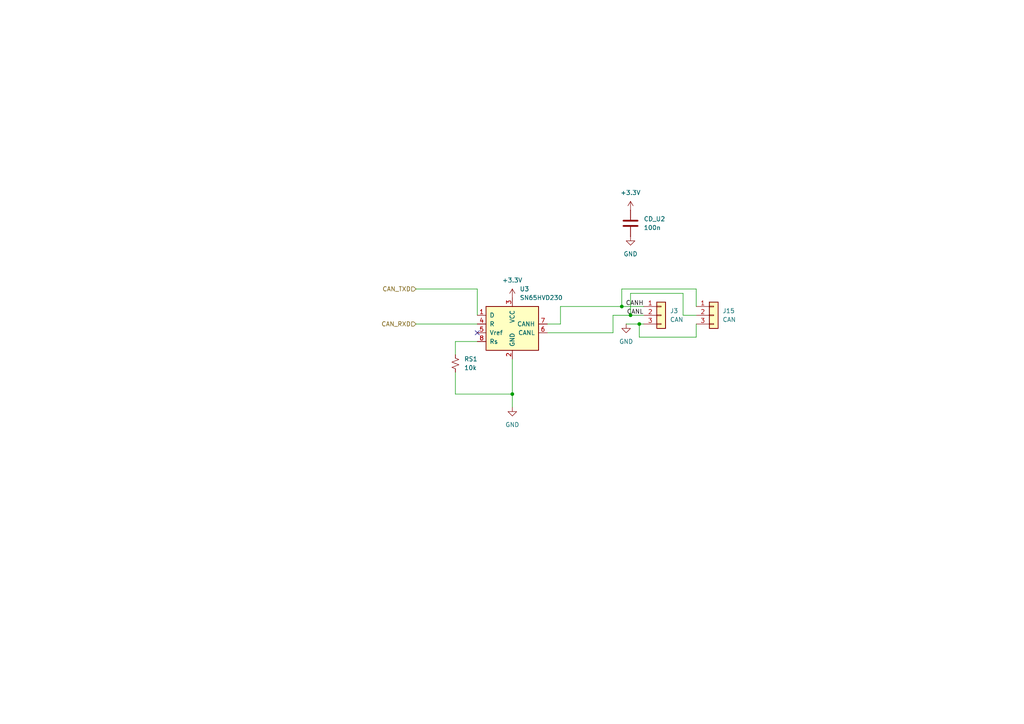
<source format=kicad_sch>
(kicad_sch
	(version 20250114)
	(generator "eeschema")
	(generator_version "9.0")
	(uuid "5165bf77-f750-4f15-8070-c24f3ff1986b")
	(paper "A4")
	(lib_symbols
		(symbol "Connector_Generic:Conn_01x03"
			(pin_names
				(offset 1.016)
				(hide yes)
			)
			(exclude_from_sim no)
			(in_bom yes)
			(on_board yes)
			(property "Reference" "J"
				(at 0 5.08 0)
				(effects
					(font
						(size 1.27 1.27)
					)
				)
			)
			(property "Value" "Conn_01x03"
				(at 0 -5.08 0)
				(effects
					(font
						(size 1.27 1.27)
					)
				)
			)
			(property "Footprint" ""
				(at 0 0 0)
				(effects
					(font
						(size 1.27 1.27)
					)
					(hide yes)
				)
			)
			(property "Datasheet" "~"
				(at 0 0 0)
				(effects
					(font
						(size 1.27 1.27)
					)
					(hide yes)
				)
			)
			(property "Description" "Generic connector, single row, 01x03, script generated (kicad-library-utils/schlib/autogen/connector/)"
				(at 0 0 0)
				(effects
					(font
						(size 1.27 1.27)
					)
					(hide yes)
				)
			)
			(property "ki_keywords" "connector"
				(at 0 0 0)
				(effects
					(font
						(size 1.27 1.27)
					)
					(hide yes)
				)
			)
			(property "ki_fp_filters" "Connector*:*_1x??_*"
				(at 0 0 0)
				(effects
					(font
						(size 1.27 1.27)
					)
					(hide yes)
				)
			)
			(symbol "Conn_01x03_1_1"
				(rectangle
					(start -1.27 3.81)
					(end 1.27 -3.81)
					(stroke
						(width 0.254)
						(type default)
					)
					(fill
						(type background)
					)
				)
				(rectangle
					(start -1.27 2.667)
					(end 0 2.413)
					(stroke
						(width 0.1524)
						(type default)
					)
					(fill
						(type none)
					)
				)
				(rectangle
					(start -1.27 0.127)
					(end 0 -0.127)
					(stroke
						(width 0.1524)
						(type default)
					)
					(fill
						(type none)
					)
				)
				(rectangle
					(start -1.27 -2.413)
					(end 0 -2.667)
					(stroke
						(width 0.1524)
						(type default)
					)
					(fill
						(type none)
					)
				)
				(pin passive line
					(at -5.08 2.54 0)
					(length 3.81)
					(name "Pin_1"
						(effects
							(font
								(size 1.27 1.27)
							)
						)
					)
					(number "1"
						(effects
							(font
								(size 1.27 1.27)
							)
						)
					)
				)
				(pin passive line
					(at -5.08 0 0)
					(length 3.81)
					(name "Pin_2"
						(effects
							(font
								(size 1.27 1.27)
							)
						)
					)
					(number "2"
						(effects
							(font
								(size 1.27 1.27)
							)
						)
					)
				)
				(pin passive line
					(at -5.08 -2.54 0)
					(length 3.81)
					(name "Pin_3"
						(effects
							(font
								(size 1.27 1.27)
							)
						)
					)
					(number "3"
						(effects
							(font
								(size 1.27 1.27)
							)
						)
					)
				)
			)
			(embedded_fonts no)
		)
		(symbol "Device:C"
			(pin_numbers
				(hide yes)
			)
			(pin_names
				(offset 0.254)
			)
			(exclude_from_sim no)
			(in_bom yes)
			(on_board yes)
			(property "Reference" "C"
				(at 0.635 2.54 0)
				(effects
					(font
						(size 1.27 1.27)
					)
					(justify left)
				)
			)
			(property "Value" "C"
				(at 0.635 -2.54 0)
				(effects
					(font
						(size 1.27 1.27)
					)
					(justify left)
				)
			)
			(property "Footprint" ""
				(at 0.9652 -3.81 0)
				(effects
					(font
						(size 1.27 1.27)
					)
					(hide yes)
				)
			)
			(property "Datasheet" "~"
				(at 0 0 0)
				(effects
					(font
						(size 1.27 1.27)
					)
					(hide yes)
				)
			)
			(property "Description" "Unpolarized capacitor"
				(at 0 0 0)
				(effects
					(font
						(size 1.27 1.27)
					)
					(hide yes)
				)
			)
			(property "ki_keywords" "cap capacitor"
				(at 0 0 0)
				(effects
					(font
						(size 1.27 1.27)
					)
					(hide yes)
				)
			)
			(property "ki_fp_filters" "C_*"
				(at 0 0 0)
				(effects
					(font
						(size 1.27 1.27)
					)
					(hide yes)
				)
			)
			(symbol "C_0_1"
				(polyline
					(pts
						(xy -2.032 0.762) (xy 2.032 0.762)
					)
					(stroke
						(width 0.508)
						(type default)
					)
					(fill
						(type none)
					)
				)
				(polyline
					(pts
						(xy -2.032 -0.762) (xy 2.032 -0.762)
					)
					(stroke
						(width 0.508)
						(type default)
					)
					(fill
						(type none)
					)
				)
			)
			(symbol "C_1_1"
				(pin passive line
					(at 0 3.81 270)
					(length 2.794)
					(name "~"
						(effects
							(font
								(size 1.27 1.27)
							)
						)
					)
					(number "1"
						(effects
							(font
								(size 1.27 1.27)
							)
						)
					)
				)
				(pin passive line
					(at 0 -3.81 90)
					(length 2.794)
					(name "~"
						(effects
							(font
								(size 1.27 1.27)
							)
						)
					)
					(number "2"
						(effects
							(font
								(size 1.27 1.27)
							)
						)
					)
				)
			)
			(embedded_fonts no)
		)
		(symbol "Device:R_Small_US"
			(pin_numbers
				(hide yes)
			)
			(pin_names
				(offset 0.254)
				(hide yes)
			)
			(exclude_from_sim no)
			(in_bom yes)
			(on_board yes)
			(property "Reference" "R"
				(at 0.762 0.508 0)
				(effects
					(font
						(size 1.27 1.27)
					)
					(justify left)
				)
			)
			(property "Value" "R_Small_US"
				(at 0.762 -1.016 0)
				(effects
					(font
						(size 1.27 1.27)
					)
					(justify left)
				)
			)
			(property "Footprint" ""
				(at 0 0 0)
				(effects
					(font
						(size 1.27 1.27)
					)
					(hide yes)
				)
			)
			(property "Datasheet" "~"
				(at 0 0 0)
				(effects
					(font
						(size 1.27 1.27)
					)
					(hide yes)
				)
			)
			(property "Description" "Resistor, small US symbol"
				(at 0 0 0)
				(effects
					(font
						(size 1.27 1.27)
					)
					(hide yes)
				)
			)
			(property "ki_keywords" "r resistor"
				(at 0 0 0)
				(effects
					(font
						(size 1.27 1.27)
					)
					(hide yes)
				)
			)
			(property "ki_fp_filters" "R_*"
				(at 0 0 0)
				(effects
					(font
						(size 1.27 1.27)
					)
					(hide yes)
				)
			)
			(symbol "R_Small_US_1_1"
				(polyline
					(pts
						(xy 0 1.524) (xy 1.016 1.143) (xy 0 0.762) (xy -1.016 0.381) (xy 0 0)
					)
					(stroke
						(width 0)
						(type default)
					)
					(fill
						(type none)
					)
				)
				(polyline
					(pts
						(xy 0 0) (xy 1.016 -0.381) (xy 0 -0.762) (xy -1.016 -1.143) (xy 0 -1.524)
					)
					(stroke
						(width 0)
						(type default)
					)
					(fill
						(type none)
					)
				)
				(pin passive line
					(at 0 2.54 270)
					(length 1.016)
					(name "~"
						(effects
							(font
								(size 1.27 1.27)
							)
						)
					)
					(number "1"
						(effects
							(font
								(size 1.27 1.27)
							)
						)
					)
				)
				(pin passive line
					(at 0 -2.54 90)
					(length 1.016)
					(name "~"
						(effects
							(font
								(size 1.27 1.27)
							)
						)
					)
					(number "2"
						(effects
							(font
								(size 1.27 1.27)
							)
						)
					)
				)
			)
			(embedded_fonts no)
		)
		(symbol "Interface_CAN_LIN:SN65HVD230"
			(pin_names
				(offset 1.016)
			)
			(exclude_from_sim no)
			(in_bom yes)
			(on_board yes)
			(property "Reference" "U"
				(at -2.54 10.16 0)
				(effects
					(font
						(size 1.27 1.27)
					)
					(justify right)
				)
			)
			(property "Value" "SN65HVD230"
				(at -2.54 7.62 0)
				(effects
					(font
						(size 1.27 1.27)
					)
					(justify right)
				)
			)
			(property "Footprint" "Package_SO:SOIC-8_3.9x4.9mm_P1.27mm"
				(at 0 -12.7 0)
				(effects
					(font
						(size 1.27 1.27)
					)
					(hide yes)
				)
			)
			(property "Datasheet" "http://www.ti.com/lit/ds/symlink/sn65hvd230.pdf"
				(at -2.54 10.16 0)
				(effects
					(font
						(size 1.27 1.27)
					)
					(hide yes)
				)
			)
			(property "Description" "CAN Bus Transceivers, 3.3V, 1Mbps, Low-Power capabilities, SOIC-8"
				(at 0 0 0)
				(effects
					(font
						(size 1.27 1.27)
					)
					(hide yes)
				)
			)
			(property "ki_keywords" "can transeiver ti low-power"
				(at 0 0 0)
				(effects
					(font
						(size 1.27 1.27)
					)
					(hide yes)
				)
			)
			(property "ki_fp_filters" "SOIC*3.9x4.9mm*P1.27mm*"
				(at 0 0 0)
				(effects
					(font
						(size 1.27 1.27)
					)
					(hide yes)
				)
			)
			(symbol "SN65HVD230_0_1"
				(rectangle
					(start -7.62 5.08)
					(end 7.62 -7.62)
					(stroke
						(width 0.254)
						(type default)
					)
					(fill
						(type background)
					)
				)
			)
			(symbol "SN65HVD230_1_1"
				(pin input line
					(at -10.16 2.54 0)
					(length 2.54)
					(name "D"
						(effects
							(font
								(size 1.27 1.27)
							)
						)
					)
					(number "1"
						(effects
							(font
								(size 1.27 1.27)
							)
						)
					)
				)
				(pin output line
					(at -10.16 0 0)
					(length 2.54)
					(name "R"
						(effects
							(font
								(size 1.27 1.27)
							)
						)
					)
					(number "4"
						(effects
							(font
								(size 1.27 1.27)
							)
						)
					)
				)
				(pin output line
					(at -10.16 -2.54 0)
					(length 2.54)
					(name "Vref"
						(effects
							(font
								(size 1.27 1.27)
							)
						)
					)
					(number "5"
						(effects
							(font
								(size 1.27 1.27)
							)
						)
					)
				)
				(pin input line
					(at -10.16 -5.08 0)
					(length 2.54)
					(name "Rs"
						(effects
							(font
								(size 1.27 1.27)
							)
						)
					)
					(number "8"
						(effects
							(font
								(size 1.27 1.27)
							)
						)
					)
				)
				(pin power_in line
					(at 0 7.62 270)
					(length 2.54)
					(name "VCC"
						(effects
							(font
								(size 1.27 1.27)
							)
						)
					)
					(number "3"
						(effects
							(font
								(size 1.27 1.27)
							)
						)
					)
				)
				(pin power_in line
					(at 0 -10.16 90)
					(length 2.54)
					(name "GND"
						(effects
							(font
								(size 1.27 1.27)
							)
						)
					)
					(number "2"
						(effects
							(font
								(size 1.27 1.27)
							)
						)
					)
				)
				(pin bidirectional line
					(at 10.16 0 180)
					(length 2.54)
					(name "CANH"
						(effects
							(font
								(size 1.27 1.27)
							)
						)
					)
					(number "7"
						(effects
							(font
								(size 1.27 1.27)
							)
						)
					)
				)
				(pin bidirectional line
					(at 10.16 -2.54 180)
					(length 2.54)
					(name "CANL"
						(effects
							(font
								(size 1.27 1.27)
							)
						)
					)
					(number "6"
						(effects
							(font
								(size 1.27 1.27)
							)
						)
					)
				)
			)
			(embedded_fonts no)
		)
		(symbol "power:+3.3V"
			(power)
			(pin_numbers
				(hide yes)
			)
			(pin_names
				(offset 0)
				(hide yes)
			)
			(exclude_from_sim no)
			(in_bom yes)
			(on_board yes)
			(property "Reference" "#PWR"
				(at 0 -3.81 0)
				(effects
					(font
						(size 1.27 1.27)
					)
					(hide yes)
				)
			)
			(property "Value" "+3.3V"
				(at 0 3.556 0)
				(effects
					(font
						(size 1.27 1.27)
					)
				)
			)
			(property "Footprint" ""
				(at 0 0 0)
				(effects
					(font
						(size 1.27 1.27)
					)
					(hide yes)
				)
			)
			(property "Datasheet" ""
				(at 0 0 0)
				(effects
					(font
						(size 1.27 1.27)
					)
					(hide yes)
				)
			)
			(property "Description" "Power symbol creates a global label with name \"+3.3V\""
				(at 0 0 0)
				(effects
					(font
						(size 1.27 1.27)
					)
					(hide yes)
				)
			)
			(property "ki_keywords" "global power"
				(at 0 0 0)
				(effects
					(font
						(size 1.27 1.27)
					)
					(hide yes)
				)
			)
			(symbol "+3.3V_0_1"
				(polyline
					(pts
						(xy -0.762 1.27) (xy 0 2.54)
					)
					(stroke
						(width 0)
						(type default)
					)
					(fill
						(type none)
					)
				)
				(polyline
					(pts
						(xy 0 2.54) (xy 0.762 1.27)
					)
					(stroke
						(width 0)
						(type default)
					)
					(fill
						(type none)
					)
				)
				(polyline
					(pts
						(xy 0 0) (xy 0 2.54)
					)
					(stroke
						(width 0)
						(type default)
					)
					(fill
						(type none)
					)
				)
			)
			(symbol "+3.3V_1_1"
				(pin power_in line
					(at 0 0 90)
					(length 0)
					(name "~"
						(effects
							(font
								(size 1.27 1.27)
							)
						)
					)
					(number "1"
						(effects
							(font
								(size 1.27 1.27)
							)
						)
					)
				)
			)
			(embedded_fonts no)
		)
		(symbol "power:GND"
			(power)
			(pin_numbers
				(hide yes)
			)
			(pin_names
				(offset 0)
				(hide yes)
			)
			(exclude_from_sim no)
			(in_bom yes)
			(on_board yes)
			(property "Reference" "#PWR"
				(at 0 -6.35 0)
				(effects
					(font
						(size 1.27 1.27)
					)
					(hide yes)
				)
			)
			(property "Value" "GND"
				(at 0 -3.81 0)
				(effects
					(font
						(size 1.27 1.27)
					)
				)
			)
			(property "Footprint" ""
				(at 0 0 0)
				(effects
					(font
						(size 1.27 1.27)
					)
					(hide yes)
				)
			)
			(property "Datasheet" ""
				(at 0 0 0)
				(effects
					(font
						(size 1.27 1.27)
					)
					(hide yes)
				)
			)
			(property "Description" "Power symbol creates a global label with name \"GND\" , ground"
				(at 0 0 0)
				(effects
					(font
						(size 1.27 1.27)
					)
					(hide yes)
				)
			)
			(property "ki_keywords" "global power"
				(at 0 0 0)
				(effects
					(font
						(size 1.27 1.27)
					)
					(hide yes)
				)
			)
			(symbol "GND_0_1"
				(polyline
					(pts
						(xy 0 0) (xy 0 -1.27) (xy 1.27 -1.27) (xy 0 -2.54) (xy -1.27 -1.27) (xy 0 -1.27)
					)
					(stroke
						(width 0)
						(type default)
					)
					(fill
						(type none)
					)
				)
			)
			(symbol "GND_1_1"
				(pin power_in line
					(at 0 0 270)
					(length 0)
					(name "~"
						(effects
							(font
								(size 1.27 1.27)
							)
						)
					)
					(number "1"
						(effects
							(font
								(size 1.27 1.27)
							)
						)
					)
				)
			)
			(embedded_fonts no)
		)
	)
	(junction
		(at 180.34 88.9)
		(diameter 0)
		(color 0 0 0 0)
		(uuid "3db88ef9-1e72-4c39-b991-e69a7f806ca8")
	)
	(junction
		(at 182.88 91.44)
		(diameter 0)
		(color 0 0 0 0)
		(uuid "6bff1e7e-aca9-44ea-9145-b61dee64393f")
	)
	(junction
		(at 148.59 114.3)
		(diameter 0)
		(color 0 0 0 0)
		(uuid "8dc538bc-56a3-4601-a1d5-851376d8edf7")
	)
	(junction
		(at 185.42 93.98)
		(diameter 0)
		(color 0 0 0 0)
		(uuid "d63c192f-af75-44c2-919c-ddfcccceb82a")
	)
	(no_connect
		(at 138.43 96.52)
		(uuid "d0beeed3-623e-49dd-96ed-fa3ab17660e5")
	)
	(wire
		(pts
			(xy 148.59 114.3) (xy 148.59 104.14)
		)
		(stroke
			(width 0)
			(type default)
		)
		(uuid "03b0dee0-4d5a-407a-8c9d-097f51ed7c5c")
	)
	(wire
		(pts
			(xy 177.8 91.44) (xy 177.8 96.52)
		)
		(stroke
			(width 0)
			(type default)
		)
		(uuid "060eb958-ed26-484f-8168-14a5457db633")
	)
	(wire
		(pts
			(xy 120.65 93.98) (xy 138.43 93.98)
		)
		(stroke
			(width 0)
			(type default)
		)
		(uuid "07a10304-5dbb-4b97-a632-9b46794eb010")
	)
	(wire
		(pts
			(xy 180.34 83.82) (xy 180.34 88.9)
		)
		(stroke
			(width 0)
			(type default)
		)
		(uuid "1093f894-bc29-4258-9f77-0efb2b8bf8d7")
	)
	(wire
		(pts
			(xy 201.93 93.98) (xy 201.93 97.79)
		)
		(stroke
			(width 0)
			(type default)
		)
		(uuid "18f5ebf3-f7fb-4a7a-90d1-e4665506ee03")
	)
	(wire
		(pts
			(xy 148.59 118.11) (xy 148.59 114.3)
		)
		(stroke
			(width 0)
			(type default)
		)
		(uuid "216e39b2-c2c5-4435-8921-69ede880361c")
	)
	(wire
		(pts
			(xy 182.88 91.44) (xy 186.69 91.44)
		)
		(stroke
			(width 0)
			(type default)
		)
		(uuid "45f329f3-0231-4a3a-88d3-c5a1208a2092")
	)
	(wire
		(pts
			(xy 162.56 93.98) (xy 162.56 88.9)
		)
		(stroke
			(width 0)
			(type default)
		)
		(uuid "49c64054-5ac2-41d9-b8eb-585685e1a270")
	)
	(wire
		(pts
			(xy 182.88 85.09) (xy 182.88 91.44)
		)
		(stroke
			(width 0)
			(type default)
		)
		(uuid "632e0a9c-da2e-406e-be8a-217e5c193ab7")
	)
	(wire
		(pts
			(xy 138.43 91.44) (xy 138.43 83.82)
		)
		(stroke
			(width 0)
			(type default)
		)
		(uuid "65d2abd8-149c-4b9c-9b9d-e789e2e7d25c")
	)
	(wire
		(pts
			(xy 180.34 88.9) (xy 186.69 88.9)
		)
		(stroke
			(width 0)
			(type default)
		)
		(uuid "7324ea6d-32aa-4741-89fa-a0bfde8d7559")
	)
	(wire
		(pts
			(xy 132.08 107.95) (xy 132.08 114.3)
		)
		(stroke
			(width 0)
			(type default)
		)
		(uuid "7aff644d-1eb9-493b-9c00-89ad207d976b")
	)
	(wire
		(pts
			(xy 138.43 99.06) (xy 132.08 99.06)
		)
		(stroke
			(width 0)
			(type default)
		)
		(uuid "83ba4614-cd0e-4f69-8678-cb2b2f35ff58")
	)
	(wire
		(pts
			(xy 201.93 83.82) (xy 180.34 83.82)
		)
		(stroke
			(width 0)
			(type default)
		)
		(uuid "85bfdccf-e9d5-45ca-9671-127368bb64db")
	)
	(wire
		(pts
			(xy 185.42 93.98) (xy 186.69 93.98)
		)
		(stroke
			(width 0)
			(type default)
		)
		(uuid "89f5be17-1098-4630-b610-f8f500bbab6f")
	)
	(wire
		(pts
			(xy 181.61 93.98) (xy 185.42 93.98)
		)
		(stroke
			(width 0)
			(type default)
		)
		(uuid "9756db08-8fc2-4816-b0ed-8fefba2fdf4e")
	)
	(wire
		(pts
			(xy 132.08 114.3) (xy 148.59 114.3)
		)
		(stroke
			(width 0)
			(type default)
		)
		(uuid "98d04005-306a-45f9-9e3c-509678bf6654")
	)
	(wire
		(pts
			(xy 177.8 91.44) (xy 182.88 91.44)
		)
		(stroke
			(width 0)
			(type default)
		)
		(uuid "a6a076fc-060a-47fd-8fa9-bfb4a81f8a3f")
	)
	(wire
		(pts
			(xy 158.75 96.52) (xy 177.8 96.52)
		)
		(stroke
			(width 0)
			(type default)
		)
		(uuid "b4bd7aef-36ae-4be2-9aa6-18be4064c45f")
	)
	(wire
		(pts
			(xy 201.93 91.44) (xy 198.12 91.44)
		)
		(stroke
			(width 0)
			(type default)
		)
		(uuid "bda448ca-4fb0-4aea-bcd7-dfdc8612adf5")
	)
	(wire
		(pts
			(xy 185.42 97.79) (xy 185.42 93.98)
		)
		(stroke
			(width 0)
			(type default)
		)
		(uuid "c0c2ed8b-4112-4758-a5ee-ae5024698e3c")
	)
	(wire
		(pts
			(xy 201.93 88.9) (xy 201.93 83.82)
		)
		(stroke
			(width 0)
			(type default)
		)
		(uuid "cc0a0bb2-8fe5-427e-b77f-e3b7688d9954")
	)
	(wire
		(pts
			(xy 198.12 91.44) (xy 198.12 85.09)
		)
		(stroke
			(width 0)
			(type default)
		)
		(uuid "cc38075e-bbdb-4ab9-bfad-328916899bb8")
	)
	(wire
		(pts
			(xy 132.08 99.06) (xy 132.08 102.87)
		)
		(stroke
			(width 0)
			(type default)
		)
		(uuid "d33246c4-8ef1-403f-a6f4-9f1fe30063ca")
	)
	(wire
		(pts
			(xy 158.75 93.98) (xy 162.56 93.98)
		)
		(stroke
			(width 0)
			(type default)
		)
		(uuid "d3ead183-108b-45c9-95b6-0c5b0d6c47aa")
	)
	(wire
		(pts
			(xy 162.56 88.9) (xy 180.34 88.9)
		)
		(stroke
			(width 0)
			(type default)
		)
		(uuid "def0da4a-46fb-4db6-bc2a-0cd1f95d176f")
	)
	(wire
		(pts
			(xy 198.12 85.09) (xy 182.88 85.09)
		)
		(stroke
			(width 0)
			(type default)
		)
		(uuid "f7690b17-3472-44ba-a5ca-4cbd884a2552")
	)
	(wire
		(pts
			(xy 201.93 97.79) (xy 185.42 97.79)
		)
		(stroke
			(width 0)
			(type default)
		)
		(uuid "fe6f77fe-5fbe-4074-92d2-1198d698b026")
	)
	(wire
		(pts
			(xy 120.65 83.82) (xy 138.43 83.82)
		)
		(stroke
			(width 0)
			(type default)
		)
		(uuid "ff15d422-5d2b-4a51-9e4f-da23f1a0982e")
	)
	(label "CANL"
		(at 186.69 91.44 180)
		(effects
			(font
				(size 1.27 1.27)
			)
			(justify right bottom)
		)
		(uuid "5b34c66e-5b32-4d0c-ab2e-eccd9108015e")
	)
	(label "CANH"
		(at 186.69 88.9 180)
		(effects
			(font
				(size 1.27 1.27)
			)
			(justify right bottom)
		)
		(uuid "c5d52321-43d7-4879-b137-316a42469f70")
	)
	(hierarchical_label "CAN_TXD"
		(shape input)
		(at 120.65 83.82 180)
		(effects
			(font
				(size 1.27 1.27)
			)
			(justify right)
		)
		(uuid "16e4d7e2-6269-4949-bafd-a40c0e45d1fa")
	)
	(hierarchical_label "CAN_RXD"
		(shape input)
		(at 120.65 93.98 180)
		(effects
			(font
				(size 1.27 1.27)
			)
			(justify right)
		)
		(uuid "370c36e4-b94a-402d-85f8-7850990c9e1f")
	)
	(symbol
		(lib_id "Device:C")
		(at 182.88 64.77 0)
		(unit 1)
		(exclude_from_sim no)
		(in_bom yes)
		(on_board yes)
		(dnp no)
		(fields_autoplaced yes)
		(uuid "08d0b561-c6bf-4c2e-bb7f-06aee5541958")
		(property "Reference" "CD_U2"
			(at 186.69 63.4999 0)
			(effects
				(font
					(size 1.27 1.27)
				)
				(justify left)
			)
		)
		(property "Value" "100n"
			(at 186.69 66.0399 0)
			(effects
				(font
					(size 1.27 1.27)
				)
				(justify left)
			)
		)
		(property "Footprint" "Capacitor_SMD:C_0603_1608Metric"
			(at 183.8452 68.58 0)
			(effects
				(font
					(size 1.27 1.27)
				)
				(hide yes)
			)
		)
		(property "Datasheet" "~"
			(at 182.88 64.77 0)
			(effects
				(font
					(size 1.27 1.27)
				)
				(hide yes)
			)
		)
		(property "Description" "Unpolarized capacitor"
			(at 182.88 64.77 0)
			(effects
				(font
					(size 1.27 1.27)
				)
				(hide yes)
			)
		)
		(pin "1"
			(uuid "80a7bc2f-568e-4181-943c-52b21f461554")
		)
		(pin "2"
			(uuid "a75a603f-2bb3-4afd-92c9-398ece1d5d29")
		)
		(instances
			(project "OrganKeyswitchBreakout"
				(path "/cf1df97f-883a-4122-9971-552927dbf328/f3db0299-4998-412d-a88c-e94395a80076/8b0ed09e-5a1c-428d-8125-c05f8c9e26e0"
					(reference "CD_U2")
					(unit 1)
				)
			)
		)
	)
	(symbol
		(lib_id "Device:R_Small_US")
		(at 132.08 105.41 0)
		(unit 1)
		(exclude_from_sim no)
		(in_bom yes)
		(on_board yes)
		(dnp no)
		(fields_autoplaced yes)
		(uuid "4e578031-d62e-4267-ba58-90abc4f1c307")
		(property "Reference" "RS1"
			(at 134.62 104.1399 0)
			(effects
				(font
					(size 1.27 1.27)
				)
				(justify left)
			)
		)
		(property "Value" "10k"
			(at 134.62 106.6799 0)
			(effects
				(font
					(size 1.27 1.27)
				)
				(justify left)
			)
		)
		(property "Footprint" "Resistor_SMD:R_0603_1608Metric"
			(at 132.08 105.41 0)
			(effects
				(font
					(size 1.27 1.27)
				)
				(hide yes)
			)
		)
		(property "Datasheet" "~"
			(at 132.08 105.41 0)
			(effects
				(font
					(size 1.27 1.27)
				)
				(hide yes)
			)
		)
		(property "Description" "Resistor, small US symbol"
			(at 132.08 105.41 0)
			(effects
				(font
					(size 1.27 1.27)
				)
				(hide yes)
			)
		)
		(pin "2"
			(uuid "1fcf59b1-be5e-4d8e-b760-f7fe73161ddf")
		)
		(pin "1"
			(uuid "197ecb8f-ee6c-4c07-af19-5df21a9dc611")
		)
		(instances
			(project "OrganKeyswitchBreakout"
				(path "/cf1df97f-883a-4122-9971-552927dbf328/f3db0299-4998-412d-a88c-e94395a80076/8b0ed09e-5a1c-428d-8125-c05f8c9e26e0"
					(reference "RS1")
					(unit 1)
				)
			)
		)
	)
	(symbol
		(lib_id "Connector_Generic:Conn_01x03")
		(at 191.77 91.44 0)
		(unit 1)
		(exclude_from_sim no)
		(in_bom yes)
		(on_board yes)
		(dnp no)
		(fields_autoplaced yes)
		(uuid "94980b11-7157-4c63-be6b-a0e665f7c783")
		(property "Reference" "J3"
			(at 194.31 90.1699 0)
			(effects
				(font
					(size 1.27 1.27)
				)
				(justify left)
			)
		)
		(property "Value" "CAN"
			(at 194.31 92.7099 0)
			(effects
				(font
					(size 1.27 1.27)
				)
				(justify left)
			)
		)
		(property "Footprint" "Connector_JST:JST_PH_B3B-PH-K_1x03_P2.00mm_Vertical"
			(at 191.77 91.44 0)
			(effects
				(font
					(size 1.27 1.27)
				)
				(hide yes)
			)
		)
		(property "Datasheet" "~"
			(at 191.77 91.44 0)
			(effects
				(font
					(size 1.27 1.27)
				)
				(hide yes)
			)
		)
		(property "Description" "Generic connector, single row, 01x03, script generated (kicad-library-utils/schlib/autogen/connector/)"
			(at 191.77 91.44 0)
			(effects
				(font
					(size 1.27 1.27)
				)
				(hide yes)
			)
		)
		(pin "1"
			(uuid "4aebae40-5199-40ea-84d1-32251d4f5fd2")
		)
		(pin "3"
			(uuid "547d238b-ad59-48bb-a4a7-8f605665c058")
		)
		(pin "2"
			(uuid "6128f979-1e19-4c92-861b-b79df29c945b")
		)
		(instances
			(project "OrganKeyswitchBreakout"
				(path "/cf1df97f-883a-4122-9971-552927dbf328/f3db0299-4998-412d-a88c-e94395a80076/8b0ed09e-5a1c-428d-8125-c05f8c9e26e0"
					(reference "J3")
					(unit 1)
				)
			)
		)
	)
	(symbol
		(lib_id "power:GND")
		(at 181.61 93.98 0)
		(unit 1)
		(exclude_from_sim no)
		(in_bom yes)
		(on_board yes)
		(dnp no)
		(fields_autoplaced yes)
		(uuid "987b04e8-f27a-45b1-a176-ec9d2a94115f")
		(property "Reference" "#PWR012"
			(at 181.61 100.33 0)
			(effects
				(font
					(size 1.27 1.27)
				)
				(hide yes)
			)
		)
		(property "Value" "GND"
			(at 181.61 99.06 0)
			(effects
				(font
					(size 1.27 1.27)
				)
			)
		)
		(property "Footprint" ""
			(at 181.61 93.98 0)
			(effects
				(font
					(size 1.27 1.27)
				)
				(hide yes)
			)
		)
		(property "Datasheet" ""
			(at 181.61 93.98 0)
			(effects
				(font
					(size 1.27 1.27)
				)
				(hide yes)
			)
		)
		(property "Description" "Power symbol creates a global label with name \"GND\" , ground"
			(at 181.61 93.98 0)
			(effects
				(font
					(size 1.27 1.27)
				)
				(hide yes)
			)
		)
		(pin "1"
			(uuid "d0937626-0a3c-47f4-9dde-ac8233db0b30")
		)
		(instances
			(project "OrganKeyswitchBreakout"
				(path "/cf1df97f-883a-4122-9971-552927dbf328/f3db0299-4998-412d-a88c-e94395a80076/8b0ed09e-5a1c-428d-8125-c05f8c9e26e0"
					(reference "#PWR012")
					(unit 1)
				)
			)
		)
	)
	(symbol
		(lib_id "Connector_Generic:Conn_01x03")
		(at 207.01 91.44 0)
		(unit 1)
		(exclude_from_sim no)
		(in_bom yes)
		(on_board yes)
		(dnp no)
		(fields_autoplaced yes)
		(uuid "bb620a40-0ae5-4118-9928-67388609beb1")
		(property "Reference" "J15"
			(at 209.55 90.1699 0)
			(effects
				(font
					(size 1.27 1.27)
				)
				(justify left)
			)
		)
		(property "Value" "CAN"
			(at 209.55 92.7099 0)
			(effects
				(font
					(size 1.27 1.27)
				)
				(justify left)
			)
		)
		(property "Footprint" "Connector_JST:JST_PH_B3B-PH-K_1x03_P2.00mm_Vertical"
			(at 207.01 91.44 0)
			(effects
				(font
					(size 1.27 1.27)
				)
				(hide yes)
			)
		)
		(property "Datasheet" "~"
			(at 207.01 91.44 0)
			(effects
				(font
					(size 1.27 1.27)
				)
				(hide yes)
			)
		)
		(property "Description" "Generic connector, single row, 01x03, script generated (kicad-library-utils/schlib/autogen/connector/)"
			(at 207.01 91.44 0)
			(effects
				(font
					(size 1.27 1.27)
				)
				(hide yes)
			)
		)
		(pin "1"
			(uuid "48944ec8-cde6-4af6-9da9-896082e93a1b")
		)
		(pin "3"
			(uuid "16156221-e32b-40cc-8e3e-890b7b996a9e")
		)
		(pin "2"
			(uuid "92bbfd69-4455-41cb-8b45-5b39ce852bc4")
		)
		(instances
			(project "OrganKeyswitchBreakout"
				(path "/cf1df97f-883a-4122-9971-552927dbf328/f3db0299-4998-412d-a88c-e94395a80076/8b0ed09e-5a1c-428d-8125-c05f8c9e26e0"
					(reference "J15")
					(unit 1)
				)
			)
		)
	)
	(symbol
		(lib_id "power:GND")
		(at 148.59 118.11 0)
		(unit 1)
		(exclude_from_sim no)
		(in_bom yes)
		(on_board yes)
		(dnp no)
		(fields_autoplaced yes)
		(uuid "bfc6eec2-92cd-499b-b31d-329c2438b079")
		(property "Reference" "#PWR015"
			(at 148.59 124.46 0)
			(effects
				(font
					(size 1.27 1.27)
				)
				(hide yes)
			)
		)
		(property "Value" "GND"
			(at 148.59 123.19 0)
			(effects
				(font
					(size 1.27 1.27)
				)
			)
		)
		(property "Footprint" ""
			(at 148.59 118.11 0)
			(effects
				(font
					(size 1.27 1.27)
				)
				(hide yes)
			)
		)
		(property "Datasheet" ""
			(at 148.59 118.11 0)
			(effects
				(font
					(size 1.27 1.27)
				)
				(hide yes)
			)
		)
		(property "Description" "Power symbol creates a global label with name \"GND\" , ground"
			(at 148.59 118.11 0)
			(effects
				(font
					(size 1.27 1.27)
				)
				(hide yes)
			)
		)
		(pin "1"
			(uuid "6d730830-0c4c-4df7-a5ac-62fea9532ad7")
		)
		(instances
			(project "OrganKeyswitchBreakout"
				(path "/cf1df97f-883a-4122-9971-552927dbf328/f3db0299-4998-412d-a88c-e94395a80076/8b0ed09e-5a1c-428d-8125-c05f8c9e26e0"
					(reference "#PWR015")
					(unit 1)
				)
			)
		)
	)
	(symbol
		(lib_id "power:+3.3V")
		(at 182.88 60.96 0)
		(unit 1)
		(exclude_from_sim no)
		(in_bom yes)
		(on_board yes)
		(dnp no)
		(fields_autoplaced yes)
		(uuid "c1fade19-160c-4c58-b11d-bad5e8983c71")
		(property "Reference" "#PWR07"
			(at 182.88 64.77 0)
			(effects
				(font
					(size 1.27 1.27)
				)
				(hide yes)
			)
		)
		(property "Value" "+3.3V"
			(at 182.88 55.88 0)
			(effects
				(font
					(size 1.27 1.27)
				)
			)
		)
		(property "Footprint" ""
			(at 182.88 60.96 0)
			(effects
				(font
					(size 1.27 1.27)
				)
				(hide yes)
			)
		)
		(property "Datasheet" ""
			(at 182.88 60.96 0)
			(effects
				(font
					(size 1.27 1.27)
				)
				(hide yes)
			)
		)
		(property "Description" "Power symbol creates a global label with name \"+3.3V\""
			(at 182.88 60.96 0)
			(effects
				(font
					(size 1.27 1.27)
				)
				(hide yes)
			)
		)
		(pin "1"
			(uuid "913f7c59-141b-4f80-8f9d-94efafda8817")
		)
		(instances
			(project "OrganKeyswitchBreakout"
				(path "/cf1df97f-883a-4122-9971-552927dbf328/f3db0299-4998-412d-a88c-e94395a80076/8b0ed09e-5a1c-428d-8125-c05f8c9e26e0"
					(reference "#PWR07")
					(unit 1)
				)
			)
		)
	)
	(symbol
		(lib_id "power:+3.3V")
		(at 148.59 86.36 0)
		(unit 1)
		(exclude_from_sim no)
		(in_bom yes)
		(on_board yes)
		(dnp no)
		(fields_autoplaced yes)
		(uuid "c82f1f5f-7cf1-4b51-a59f-acde8cbeb4dd")
		(property "Reference" "#PWR011"
			(at 148.59 90.17 0)
			(effects
				(font
					(size 1.27 1.27)
				)
				(hide yes)
			)
		)
		(property "Value" "+3.3V"
			(at 148.59 81.28 0)
			(effects
				(font
					(size 1.27 1.27)
				)
			)
		)
		(property "Footprint" ""
			(at 148.59 86.36 0)
			(effects
				(font
					(size 1.27 1.27)
				)
				(hide yes)
			)
		)
		(property "Datasheet" ""
			(at 148.59 86.36 0)
			(effects
				(font
					(size 1.27 1.27)
				)
				(hide yes)
			)
		)
		(property "Description" "Power symbol creates a global label with name \"+3.3V\""
			(at 148.59 86.36 0)
			(effects
				(font
					(size 1.27 1.27)
				)
				(hide yes)
			)
		)
		(pin "1"
			(uuid "2f924fc0-3f76-4e6d-aeab-c2b363efe697")
		)
		(instances
			(project "OrganKeyswitchBreakout"
				(path "/cf1df97f-883a-4122-9971-552927dbf328/f3db0299-4998-412d-a88c-e94395a80076/8b0ed09e-5a1c-428d-8125-c05f8c9e26e0"
					(reference "#PWR011")
					(unit 1)
				)
			)
		)
	)
	(symbol
		(lib_id "power:GND")
		(at 182.88 68.58 0)
		(unit 1)
		(exclude_from_sim no)
		(in_bom yes)
		(on_board yes)
		(dnp no)
		(fields_autoplaced yes)
		(uuid "db1269f9-02cb-4e34-b3a8-251cd2dfc5eb")
		(property "Reference" "#PWR08"
			(at 182.88 74.93 0)
			(effects
				(font
					(size 1.27 1.27)
				)
				(hide yes)
			)
		)
		(property "Value" "GND"
			(at 182.88 73.66 0)
			(effects
				(font
					(size 1.27 1.27)
				)
			)
		)
		(property "Footprint" ""
			(at 182.88 68.58 0)
			(effects
				(font
					(size 1.27 1.27)
				)
				(hide yes)
			)
		)
		(property "Datasheet" ""
			(at 182.88 68.58 0)
			(effects
				(font
					(size 1.27 1.27)
				)
				(hide yes)
			)
		)
		(property "Description" "Power symbol creates a global label with name \"GND\" , ground"
			(at 182.88 68.58 0)
			(effects
				(font
					(size 1.27 1.27)
				)
				(hide yes)
			)
		)
		(pin "1"
			(uuid "87f61b73-0831-4520-a987-05d3dc53615d")
		)
		(instances
			(project "OrganKeyswitchBreakout"
				(path "/cf1df97f-883a-4122-9971-552927dbf328/f3db0299-4998-412d-a88c-e94395a80076/8b0ed09e-5a1c-428d-8125-c05f8c9e26e0"
					(reference "#PWR08")
					(unit 1)
				)
			)
		)
	)
	(symbol
		(lib_id "Interface_CAN_LIN:SN65HVD230")
		(at 148.59 93.98 0)
		(unit 1)
		(exclude_from_sim no)
		(in_bom yes)
		(on_board yes)
		(dnp no)
		(fields_autoplaced yes)
		(uuid "e7b53493-d3d7-4f23-9174-197b1b4273b1")
		(property "Reference" "U3"
			(at 150.7333 83.82 0)
			(effects
				(font
					(size 1.27 1.27)
				)
				(justify left)
			)
		)
		(property "Value" "SN65HVD230"
			(at 150.7333 86.36 0)
			(effects
				(font
					(size 1.27 1.27)
				)
				(justify left)
			)
		)
		(property "Footprint" "Package_SO:SOIC-8_3.9x4.9mm_P1.27mm"
			(at 148.59 106.68 0)
			(effects
				(font
					(size 1.27 1.27)
				)
				(hide yes)
			)
		)
		(property "Datasheet" "http://www.ti.com/lit/ds/symlink/sn65hvd230.pdf"
			(at 146.05 83.82 0)
			(effects
				(font
					(size 1.27 1.27)
				)
				(hide yes)
			)
		)
		(property "Description" "CAN Bus Transceivers, 3.3V, 1Mbps, Low-Power capabilities, SOIC-8"
			(at 148.59 93.98 0)
			(effects
				(font
					(size 1.27 1.27)
				)
				(hide yes)
			)
		)
		(pin "8"
			(uuid "7ccb4972-5bb2-4aa4-98f4-c22b9e87fc78")
		)
		(pin "3"
			(uuid "c20fddf9-0f39-43b1-8020-96682f1e7bee")
		)
		(pin "2"
			(uuid "2d286c6f-31b8-468a-b78c-1eb111be8713")
		)
		(pin "7"
			(uuid "ab1bb7fa-0ce6-4d30-9bfd-e6cbaf327a01")
		)
		(pin "1"
			(uuid "2f661389-e3f2-40d5-ab39-7c2feddacacd")
		)
		(pin "4"
			(uuid "7767f093-5a70-4753-8030-fbce32dc6db7")
		)
		(pin "5"
			(uuid "3d7e3472-2e38-45e9-b919-58ab6163715e")
		)
		(pin "6"
			(uuid "a0b89bf5-5fb7-4f46-b42e-f5ce0ab5b62e")
		)
		(instances
			(project "OrganKeyswitchBreakout"
				(path "/cf1df97f-883a-4122-9971-552927dbf328/f3db0299-4998-412d-a88c-e94395a80076/8b0ed09e-5a1c-428d-8125-c05f8c9e26e0"
					(reference "U3")
					(unit 1)
				)
			)
		)
	)
)

</source>
